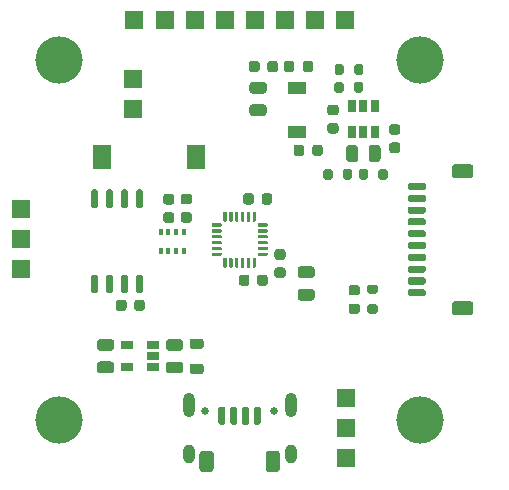
<source format=gbr>
%TF.GenerationSoftware,KiCad,Pcbnew,5.1.8-db9833491~87~ubuntu20.04.1*%
%TF.CreationDate,2020-11-23T13:43:30+01:00*%
%TF.ProjectId,rosalyn-fc,726f7361-6c79-46e2-9d66-632e6b696361,v0.1*%
%TF.SameCoordinates,Original*%
%TF.FileFunction,Soldermask,Top*%
%TF.FilePolarity,Negative*%
%FSLAX46Y46*%
G04 Gerber Fmt 4.6, Leading zero omitted, Abs format (unit mm)*
G04 Created by KiCad (PCBNEW 5.1.8-db9833491~87~ubuntu20.04.1) date 2020-11-23 13:43:30*
%MOMM*%
%LPD*%
G01*
G04 APERTURE LIST*
%ADD10C,4.000000*%
%ADD11R,1.600000X1.000000*%
%ADD12R,0.350000X0.500000*%
%ADD13R,1.060000X0.650000*%
%ADD14R,0.650000X1.060000*%
%ADD15O,1.000000X2.100000*%
%ADD16C,0.650000*%
%ADD17O,1.000000X1.600000*%
%ADD18R,1.500000X1.500000*%
%ADD19R,1.500000X2.000000*%
G04 APERTURE END LIST*
D10*
%TO.C,H2*%
X134750000Y-115250000D03*
%TD*%
%TO.C,C7*%
G36*
G01*
X139125000Y-109410000D02*
X138175000Y-109410000D01*
G75*
G02*
X137925000Y-109160000I0J250000D01*
G01*
X137925000Y-108660000D01*
G75*
G02*
X138175000Y-108410000I250000J0D01*
G01*
X139125000Y-108410000D01*
G75*
G02*
X139375000Y-108660000I0J-250000D01*
G01*
X139375000Y-109160000D01*
G75*
G02*
X139125000Y-109410000I-250000J0D01*
G01*
G37*
G36*
G01*
X139125000Y-111310000D02*
X138175000Y-111310000D01*
G75*
G02*
X137925000Y-111060000I0J250000D01*
G01*
X137925000Y-110560000D01*
G75*
G02*
X138175000Y-110310000I250000J0D01*
G01*
X139125000Y-110310000D01*
G75*
G02*
X139375000Y-110560000I0J-250000D01*
G01*
X139375000Y-111060000D01*
G75*
G02*
X139125000Y-111310000I-250000J0D01*
G01*
G37*
%TD*%
%TO.C,C6*%
G36*
G01*
X144965000Y-109420000D02*
X144015000Y-109420000D01*
G75*
G02*
X143765000Y-109170000I0J250000D01*
G01*
X143765000Y-108670000D01*
G75*
G02*
X144015000Y-108420000I250000J0D01*
G01*
X144965000Y-108420000D01*
G75*
G02*
X145215000Y-108670000I0J-250000D01*
G01*
X145215000Y-109170000D01*
G75*
G02*
X144965000Y-109420000I-250000J0D01*
G01*
G37*
G36*
G01*
X144965000Y-111320000D02*
X144015000Y-111320000D01*
G75*
G02*
X143765000Y-111070000I0J250000D01*
G01*
X143765000Y-110570000D01*
G75*
G02*
X144015000Y-110320000I250000J0D01*
G01*
X144965000Y-110320000D01*
G75*
G02*
X145215000Y-110570000I0J-250000D01*
G01*
X145215000Y-111070000D01*
G75*
G02*
X144965000Y-111320000I-250000J0D01*
G01*
G37*
%TD*%
%TO.C,C20*%
G36*
G01*
X144250000Y-97025000D02*
X143750000Y-97025000D01*
G75*
G02*
X143525000Y-96800000I0J225000D01*
G01*
X143525000Y-96350000D01*
G75*
G02*
X143750000Y-96125000I225000J0D01*
G01*
X144250000Y-96125000D01*
G75*
G02*
X144475000Y-96350000I0J-225000D01*
G01*
X144475000Y-96800000D01*
G75*
G02*
X144250000Y-97025000I-225000J0D01*
G01*
G37*
G36*
G01*
X144250000Y-98575000D02*
X143750000Y-98575000D01*
G75*
G02*
X143525000Y-98350000I0J225000D01*
G01*
X143525000Y-97900000D01*
G75*
G02*
X143750000Y-97675000I225000J0D01*
G01*
X144250000Y-97675000D01*
G75*
G02*
X144475000Y-97900000I0J-225000D01*
G01*
X144475000Y-98350000D01*
G75*
G02*
X144250000Y-98575000I-225000J0D01*
G01*
G37*
%TD*%
D11*
%TO.C,L1*%
X154844000Y-90866000D03*
X154844000Y-87166000D03*
%TD*%
%TO.C,R11*%
G36*
G01*
X160485000Y-85315000D02*
X160485000Y-85865000D01*
G75*
G02*
X160285000Y-86065000I-200000J0D01*
G01*
X159885000Y-86065000D01*
G75*
G02*
X159685000Y-85865000I0J200000D01*
G01*
X159685000Y-85315000D01*
G75*
G02*
X159885000Y-85115000I200000J0D01*
G01*
X160285000Y-85115000D01*
G75*
G02*
X160485000Y-85315000I0J-200000D01*
G01*
G37*
G36*
G01*
X158835000Y-85315000D02*
X158835000Y-85865000D01*
G75*
G02*
X158635000Y-86065000I-200000J0D01*
G01*
X158235000Y-86065000D01*
G75*
G02*
X158035000Y-85865000I0J200000D01*
G01*
X158035000Y-85315000D01*
G75*
G02*
X158235000Y-85115000I200000J0D01*
G01*
X158635000Y-85115000D01*
G75*
G02*
X158835000Y-85315000I0J-200000D01*
G01*
G37*
%TD*%
%TO.C,C15*%
G36*
G01*
X140425000Y-105310000D02*
X140425000Y-105810000D01*
G75*
G02*
X140200000Y-106035000I-225000J0D01*
G01*
X139750000Y-106035000D01*
G75*
G02*
X139525000Y-105810000I0J225000D01*
G01*
X139525000Y-105310000D01*
G75*
G02*
X139750000Y-105085000I225000J0D01*
G01*
X140200000Y-105085000D01*
G75*
G02*
X140425000Y-105310000I0J-225000D01*
G01*
G37*
G36*
G01*
X141975000Y-105310000D02*
X141975000Y-105810000D01*
G75*
G02*
X141750000Y-106035000I-225000J0D01*
G01*
X141300000Y-106035000D01*
G75*
G02*
X141075000Y-105810000I0J225000D01*
G01*
X141075000Y-105310000D01*
G75*
G02*
X141300000Y-105085000I225000J0D01*
G01*
X141750000Y-105085000D01*
G75*
G02*
X141975000Y-105310000I0J-225000D01*
G01*
G37*
%TD*%
%TO.C,C14*%
G36*
G01*
X145740000Y-97015000D02*
X145240000Y-97015000D01*
G75*
G02*
X145015000Y-96790000I0J225000D01*
G01*
X145015000Y-96340000D01*
G75*
G02*
X145240000Y-96115000I225000J0D01*
G01*
X145740000Y-96115000D01*
G75*
G02*
X145965000Y-96340000I0J-225000D01*
G01*
X145965000Y-96790000D01*
G75*
G02*
X145740000Y-97015000I-225000J0D01*
G01*
G37*
G36*
G01*
X145740000Y-98565000D02*
X145240000Y-98565000D01*
G75*
G02*
X145015000Y-98340000I0J225000D01*
G01*
X145015000Y-97890000D01*
G75*
G02*
X145240000Y-97665000I225000J0D01*
G01*
X145740000Y-97665000D01*
G75*
G02*
X145965000Y-97890000I0J-225000D01*
G01*
X145965000Y-98340000D01*
G75*
G02*
X145740000Y-98565000I-225000J0D01*
G01*
G37*
%TD*%
%TO.C,C13*%
G36*
G01*
X153170000Y-102355000D02*
X153670000Y-102355000D01*
G75*
G02*
X153895000Y-102580000I0J-225000D01*
G01*
X153895000Y-103030000D01*
G75*
G02*
X153670000Y-103255000I-225000J0D01*
G01*
X153170000Y-103255000D01*
G75*
G02*
X152945000Y-103030000I0J225000D01*
G01*
X152945000Y-102580000D01*
G75*
G02*
X153170000Y-102355000I225000J0D01*
G01*
G37*
G36*
G01*
X153170000Y-100805000D02*
X153670000Y-100805000D01*
G75*
G02*
X153895000Y-101030000I0J-225000D01*
G01*
X153895000Y-101480000D01*
G75*
G02*
X153670000Y-101705000I-225000J0D01*
G01*
X153170000Y-101705000D01*
G75*
G02*
X152945000Y-101480000I0J225000D01*
G01*
X152945000Y-101030000D01*
G75*
G02*
X153170000Y-100805000I225000J0D01*
G01*
G37*
%TD*%
D12*
%TO.C,U1*%
X145265000Y-100970000D03*
X143315000Y-99370000D03*
X143965000Y-99370000D03*
X144615000Y-99370000D03*
X143315000Y-100970000D03*
X143965000Y-100970000D03*
X144615000Y-100970000D03*
X145265000Y-99370000D03*
%TD*%
%TO.C,U5*%
G36*
G01*
X147625000Y-98825000D02*
X147625000Y-98675000D01*
G75*
G02*
X147700000Y-98600000I75000J0D01*
G01*
X148400000Y-98600000D01*
G75*
G02*
X148475000Y-98675000I0J-75000D01*
G01*
X148475000Y-98825000D01*
G75*
G02*
X148400000Y-98900000I-75000J0D01*
G01*
X147700000Y-98900000D01*
G75*
G02*
X147625000Y-98825000I0J75000D01*
G01*
G37*
G36*
G01*
X147625000Y-99325000D02*
X147625000Y-99175000D01*
G75*
G02*
X147700000Y-99100000I75000J0D01*
G01*
X148400000Y-99100000D01*
G75*
G02*
X148475000Y-99175000I0J-75000D01*
G01*
X148475000Y-99325000D01*
G75*
G02*
X148400000Y-99400000I-75000J0D01*
G01*
X147700000Y-99400000D01*
G75*
G02*
X147625000Y-99325000I0J75000D01*
G01*
G37*
G36*
G01*
X147625000Y-99825000D02*
X147625000Y-99675000D01*
G75*
G02*
X147700000Y-99600000I75000J0D01*
G01*
X148400000Y-99600000D01*
G75*
G02*
X148475000Y-99675000I0J-75000D01*
G01*
X148475000Y-99825000D01*
G75*
G02*
X148400000Y-99900000I-75000J0D01*
G01*
X147700000Y-99900000D01*
G75*
G02*
X147625000Y-99825000I0J75000D01*
G01*
G37*
G36*
G01*
X147625000Y-100325000D02*
X147625000Y-100175000D01*
G75*
G02*
X147700000Y-100100000I75000J0D01*
G01*
X148400000Y-100100000D01*
G75*
G02*
X148475000Y-100175000I0J-75000D01*
G01*
X148475000Y-100325000D01*
G75*
G02*
X148400000Y-100400000I-75000J0D01*
G01*
X147700000Y-100400000D01*
G75*
G02*
X147625000Y-100325000I0J75000D01*
G01*
G37*
G36*
G01*
X147625000Y-100825000D02*
X147625000Y-100675000D01*
G75*
G02*
X147700000Y-100600000I75000J0D01*
G01*
X148400000Y-100600000D01*
G75*
G02*
X148475000Y-100675000I0J-75000D01*
G01*
X148475000Y-100825000D01*
G75*
G02*
X148400000Y-100900000I-75000J0D01*
G01*
X147700000Y-100900000D01*
G75*
G02*
X147625000Y-100825000I0J75000D01*
G01*
G37*
G36*
G01*
X147625000Y-101325000D02*
X147625000Y-101175000D01*
G75*
G02*
X147700000Y-101100000I75000J0D01*
G01*
X148400000Y-101100000D01*
G75*
G02*
X148475000Y-101175000I0J-75000D01*
G01*
X148475000Y-101325000D01*
G75*
G02*
X148400000Y-101400000I-75000J0D01*
G01*
X147700000Y-101400000D01*
G75*
G02*
X147625000Y-101325000I0J75000D01*
G01*
G37*
G36*
G01*
X148825000Y-102375000D02*
X148675000Y-102375000D01*
G75*
G02*
X148600000Y-102300000I0J75000D01*
G01*
X148600000Y-101600000D01*
G75*
G02*
X148675000Y-101525000I75000J0D01*
G01*
X148825000Y-101525000D01*
G75*
G02*
X148900000Y-101600000I0J-75000D01*
G01*
X148900000Y-102300000D01*
G75*
G02*
X148825000Y-102375000I-75000J0D01*
G01*
G37*
G36*
G01*
X149325000Y-102375000D02*
X149175000Y-102375000D01*
G75*
G02*
X149100000Y-102300000I0J75000D01*
G01*
X149100000Y-101600000D01*
G75*
G02*
X149175000Y-101525000I75000J0D01*
G01*
X149325000Y-101525000D01*
G75*
G02*
X149400000Y-101600000I0J-75000D01*
G01*
X149400000Y-102300000D01*
G75*
G02*
X149325000Y-102375000I-75000J0D01*
G01*
G37*
G36*
G01*
X149825000Y-102375000D02*
X149675000Y-102375000D01*
G75*
G02*
X149600000Y-102300000I0J75000D01*
G01*
X149600000Y-101600000D01*
G75*
G02*
X149675000Y-101525000I75000J0D01*
G01*
X149825000Y-101525000D01*
G75*
G02*
X149900000Y-101600000I0J-75000D01*
G01*
X149900000Y-102300000D01*
G75*
G02*
X149825000Y-102375000I-75000J0D01*
G01*
G37*
G36*
G01*
X150325000Y-102375000D02*
X150175000Y-102375000D01*
G75*
G02*
X150100000Y-102300000I0J75000D01*
G01*
X150100000Y-101600000D01*
G75*
G02*
X150175000Y-101525000I75000J0D01*
G01*
X150325000Y-101525000D01*
G75*
G02*
X150400000Y-101600000I0J-75000D01*
G01*
X150400000Y-102300000D01*
G75*
G02*
X150325000Y-102375000I-75000J0D01*
G01*
G37*
G36*
G01*
X150825000Y-102375000D02*
X150675000Y-102375000D01*
G75*
G02*
X150600000Y-102300000I0J75000D01*
G01*
X150600000Y-101600000D01*
G75*
G02*
X150675000Y-101525000I75000J0D01*
G01*
X150825000Y-101525000D01*
G75*
G02*
X150900000Y-101600000I0J-75000D01*
G01*
X150900000Y-102300000D01*
G75*
G02*
X150825000Y-102375000I-75000J0D01*
G01*
G37*
G36*
G01*
X151325000Y-102375000D02*
X151175000Y-102375000D01*
G75*
G02*
X151100000Y-102300000I0J75000D01*
G01*
X151100000Y-101600000D01*
G75*
G02*
X151175000Y-101525000I75000J0D01*
G01*
X151325000Y-101525000D01*
G75*
G02*
X151400000Y-101600000I0J-75000D01*
G01*
X151400000Y-102300000D01*
G75*
G02*
X151325000Y-102375000I-75000J0D01*
G01*
G37*
G36*
G01*
X151525000Y-101325000D02*
X151525000Y-101175000D01*
G75*
G02*
X151600000Y-101100000I75000J0D01*
G01*
X152300000Y-101100000D01*
G75*
G02*
X152375000Y-101175000I0J-75000D01*
G01*
X152375000Y-101325000D01*
G75*
G02*
X152300000Y-101400000I-75000J0D01*
G01*
X151600000Y-101400000D01*
G75*
G02*
X151525000Y-101325000I0J75000D01*
G01*
G37*
G36*
G01*
X151525000Y-100825000D02*
X151525000Y-100675000D01*
G75*
G02*
X151600000Y-100600000I75000J0D01*
G01*
X152300000Y-100600000D01*
G75*
G02*
X152375000Y-100675000I0J-75000D01*
G01*
X152375000Y-100825000D01*
G75*
G02*
X152300000Y-100900000I-75000J0D01*
G01*
X151600000Y-100900000D01*
G75*
G02*
X151525000Y-100825000I0J75000D01*
G01*
G37*
G36*
G01*
X151525000Y-100325000D02*
X151525000Y-100175000D01*
G75*
G02*
X151600000Y-100100000I75000J0D01*
G01*
X152300000Y-100100000D01*
G75*
G02*
X152375000Y-100175000I0J-75000D01*
G01*
X152375000Y-100325000D01*
G75*
G02*
X152300000Y-100400000I-75000J0D01*
G01*
X151600000Y-100400000D01*
G75*
G02*
X151525000Y-100325000I0J75000D01*
G01*
G37*
G36*
G01*
X151525000Y-99825000D02*
X151525000Y-99675000D01*
G75*
G02*
X151600000Y-99600000I75000J0D01*
G01*
X152300000Y-99600000D01*
G75*
G02*
X152375000Y-99675000I0J-75000D01*
G01*
X152375000Y-99825000D01*
G75*
G02*
X152300000Y-99900000I-75000J0D01*
G01*
X151600000Y-99900000D01*
G75*
G02*
X151525000Y-99825000I0J75000D01*
G01*
G37*
G36*
G01*
X151525000Y-99325000D02*
X151525000Y-99175000D01*
G75*
G02*
X151600000Y-99100000I75000J0D01*
G01*
X152300000Y-99100000D01*
G75*
G02*
X152375000Y-99175000I0J-75000D01*
G01*
X152375000Y-99325000D01*
G75*
G02*
X152300000Y-99400000I-75000J0D01*
G01*
X151600000Y-99400000D01*
G75*
G02*
X151525000Y-99325000I0J75000D01*
G01*
G37*
G36*
G01*
X151525000Y-98825000D02*
X151525000Y-98675000D01*
G75*
G02*
X151600000Y-98600000I75000J0D01*
G01*
X152300000Y-98600000D01*
G75*
G02*
X152375000Y-98675000I0J-75000D01*
G01*
X152375000Y-98825000D01*
G75*
G02*
X152300000Y-98900000I-75000J0D01*
G01*
X151600000Y-98900000D01*
G75*
G02*
X151525000Y-98825000I0J75000D01*
G01*
G37*
G36*
G01*
X151325000Y-98475000D02*
X151175000Y-98475000D01*
G75*
G02*
X151100000Y-98400000I0J75000D01*
G01*
X151100000Y-97700000D01*
G75*
G02*
X151175000Y-97625000I75000J0D01*
G01*
X151325000Y-97625000D01*
G75*
G02*
X151400000Y-97700000I0J-75000D01*
G01*
X151400000Y-98400000D01*
G75*
G02*
X151325000Y-98475000I-75000J0D01*
G01*
G37*
G36*
G01*
X150825000Y-98475000D02*
X150675000Y-98475000D01*
G75*
G02*
X150600000Y-98400000I0J75000D01*
G01*
X150600000Y-97700000D01*
G75*
G02*
X150675000Y-97625000I75000J0D01*
G01*
X150825000Y-97625000D01*
G75*
G02*
X150900000Y-97700000I0J-75000D01*
G01*
X150900000Y-98400000D01*
G75*
G02*
X150825000Y-98475000I-75000J0D01*
G01*
G37*
G36*
G01*
X150325000Y-98475000D02*
X150175000Y-98475000D01*
G75*
G02*
X150100000Y-98400000I0J75000D01*
G01*
X150100000Y-97700000D01*
G75*
G02*
X150175000Y-97625000I75000J0D01*
G01*
X150325000Y-97625000D01*
G75*
G02*
X150400000Y-97700000I0J-75000D01*
G01*
X150400000Y-98400000D01*
G75*
G02*
X150325000Y-98475000I-75000J0D01*
G01*
G37*
G36*
G01*
X149825000Y-98475000D02*
X149675000Y-98475000D01*
G75*
G02*
X149600000Y-98400000I0J75000D01*
G01*
X149600000Y-97700000D01*
G75*
G02*
X149675000Y-97625000I75000J0D01*
G01*
X149825000Y-97625000D01*
G75*
G02*
X149900000Y-97700000I0J-75000D01*
G01*
X149900000Y-98400000D01*
G75*
G02*
X149825000Y-98475000I-75000J0D01*
G01*
G37*
G36*
G01*
X149325000Y-98475000D02*
X149175000Y-98475000D01*
G75*
G02*
X149100000Y-98400000I0J75000D01*
G01*
X149100000Y-97700000D01*
G75*
G02*
X149175000Y-97625000I75000J0D01*
G01*
X149325000Y-97625000D01*
G75*
G02*
X149400000Y-97700000I0J-75000D01*
G01*
X149400000Y-98400000D01*
G75*
G02*
X149325000Y-98475000I-75000J0D01*
G01*
G37*
G36*
G01*
X148825000Y-98475000D02*
X148675000Y-98475000D01*
G75*
G02*
X148600000Y-98400000I0J75000D01*
G01*
X148600000Y-97700000D01*
G75*
G02*
X148675000Y-97625000I75000J0D01*
G01*
X148825000Y-97625000D01*
G75*
G02*
X148900000Y-97700000I0J-75000D01*
G01*
X148900000Y-98400000D01*
G75*
G02*
X148825000Y-98475000I-75000J0D01*
G01*
G37*
%TD*%
%TO.C,C1*%
G36*
G01*
X156105000Y-105160000D02*
X155155000Y-105160000D01*
G75*
G02*
X154905000Y-104910000I0J250000D01*
G01*
X154905000Y-104410000D01*
G75*
G02*
X155155000Y-104160000I250000J0D01*
G01*
X156105000Y-104160000D01*
G75*
G02*
X156355000Y-104410000I0J-250000D01*
G01*
X156355000Y-104910000D01*
G75*
G02*
X156105000Y-105160000I-250000J0D01*
G01*
G37*
G36*
G01*
X156105000Y-103260000D02*
X155155000Y-103260000D01*
G75*
G02*
X154905000Y-103010000I0J250000D01*
G01*
X154905000Y-102510000D01*
G75*
G02*
X155155000Y-102260000I250000J0D01*
G01*
X156105000Y-102260000D01*
G75*
G02*
X156355000Y-102510000I0J-250000D01*
G01*
X156355000Y-103010000D01*
G75*
G02*
X156105000Y-103260000I-250000J0D01*
G01*
G37*
%TD*%
%TO.C,C2*%
G36*
G01*
X151485000Y-103680000D02*
X151485000Y-103180000D01*
G75*
G02*
X151710000Y-102955000I225000J0D01*
G01*
X152160000Y-102955000D01*
G75*
G02*
X152385000Y-103180000I0J-225000D01*
G01*
X152385000Y-103680000D01*
G75*
G02*
X152160000Y-103905000I-225000J0D01*
G01*
X151710000Y-103905000D01*
G75*
G02*
X151485000Y-103680000I0J225000D01*
G01*
G37*
G36*
G01*
X149935000Y-103680000D02*
X149935000Y-103180000D01*
G75*
G02*
X150160000Y-102955000I225000J0D01*
G01*
X150610000Y-102955000D01*
G75*
G02*
X150835000Y-103180000I0J-225000D01*
G01*
X150835000Y-103680000D01*
G75*
G02*
X150610000Y-103905000I-225000J0D01*
G01*
X150160000Y-103905000D01*
G75*
G02*
X149935000Y-103680000I0J225000D01*
G01*
G37*
%TD*%
%TO.C,C3*%
G36*
G01*
X150305000Y-96800000D02*
X150305000Y-96300000D01*
G75*
G02*
X150530000Y-96075000I225000J0D01*
G01*
X150980000Y-96075000D01*
G75*
G02*
X151205000Y-96300000I0J-225000D01*
G01*
X151205000Y-96800000D01*
G75*
G02*
X150980000Y-97025000I-225000J0D01*
G01*
X150530000Y-97025000D01*
G75*
G02*
X150305000Y-96800000I0J225000D01*
G01*
G37*
G36*
G01*
X151855000Y-96800000D02*
X151855000Y-96300000D01*
G75*
G02*
X152080000Y-96075000I225000J0D01*
G01*
X152530000Y-96075000D01*
G75*
G02*
X152755000Y-96300000I0J-225000D01*
G01*
X152755000Y-96800000D01*
G75*
G02*
X152530000Y-97025000I-225000J0D01*
G01*
X152080000Y-97025000D01*
G75*
G02*
X151855000Y-96800000I0J225000D01*
G01*
G37*
%TD*%
%TO.C,D3*%
G36*
G01*
X159449750Y-103841000D02*
X159962250Y-103841000D01*
G75*
G02*
X160181000Y-104059750I0J-218750D01*
G01*
X160181000Y-104497250D01*
G75*
G02*
X159962250Y-104716000I-218750J0D01*
G01*
X159449750Y-104716000D01*
G75*
G02*
X159231000Y-104497250I0J218750D01*
G01*
X159231000Y-104059750D01*
G75*
G02*
X159449750Y-103841000I218750J0D01*
G01*
G37*
G36*
G01*
X159449750Y-105416000D02*
X159962250Y-105416000D01*
G75*
G02*
X160181000Y-105634750I0J-218750D01*
G01*
X160181000Y-106072250D01*
G75*
G02*
X159962250Y-106291000I-218750J0D01*
G01*
X159449750Y-106291000D01*
G75*
G02*
X159231000Y-106072250I0J218750D01*
G01*
X159231000Y-105634750D01*
G75*
G02*
X159449750Y-105416000I218750J0D01*
G01*
G37*
%TD*%
%TO.C,R6*%
G36*
G01*
X160885000Y-94185000D02*
X160885000Y-94735000D01*
G75*
G02*
X160685000Y-94935000I-200000J0D01*
G01*
X160285000Y-94935000D01*
G75*
G02*
X160085000Y-94735000I0J200000D01*
G01*
X160085000Y-94185000D01*
G75*
G02*
X160285000Y-93985000I200000J0D01*
G01*
X160685000Y-93985000D01*
G75*
G02*
X160885000Y-94185000I0J-200000D01*
G01*
G37*
G36*
G01*
X162535000Y-94185000D02*
X162535000Y-94735000D01*
G75*
G02*
X162335000Y-94935000I-200000J0D01*
G01*
X161935000Y-94935000D01*
G75*
G02*
X161735000Y-94735000I0J200000D01*
G01*
X161735000Y-94185000D01*
G75*
G02*
X161935000Y-93985000I200000J0D01*
G01*
X162335000Y-93985000D01*
G75*
G02*
X162535000Y-94185000I0J-200000D01*
G01*
G37*
%TD*%
%TO.C,R7*%
G36*
G01*
X159525000Y-94185000D02*
X159525000Y-94735000D01*
G75*
G02*
X159325000Y-94935000I-200000J0D01*
G01*
X158925000Y-94935000D01*
G75*
G02*
X158725000Y-94735000I0J200000D01*
G01*
X158725000Y-94185000D01*
G75*
G02*
X158925000Y-93985000I200000J0D01*
G01*
X159325000Y-93985000D01*
G75*
G02*
X159525000Y-94185000I0J-200000D01*
G01*
G37*
G36*
G01*
X157875000Y-94185000D02*
X157875000Y-94735000D01*
G75*
G02*
X157675000Y-94935000I-200000J0D01*
G01*
X157275000Y-94935000D01*
G75*
G02*
X157075000Y-94735000I0J200000D01*
G01*
X157075000Y-94185000D01*
G75*
G02*
X157275000Y-93985000I200000J0D01*
G01*
X157675000Y-93985000D01*
G75*
G02*
X157875000Y-94185000I0J-200000D01*
G01*
G37*
%TD*%
%TO.C,R9*%
G36*
G01*
X160981000Y-103811000D02*
X161531000Y-103811000D01*
G75*
G02*
X161731000Y-104011000I0J-200000D01*
G01*
X161731000Y-104411000D01*
G75*
G02*
X161531000Y-104611000I-200000J0D01*
G01*
X160981000Y-104611000D01*
G75*
G02*
X160781000Y-104411000I0J200000D01*
G01*
X160781000Y-104011000D01*
G75*
G02*
X160981000Y-103811000I200000J0D01*
G01*
G37*
G36*
G01*
X160981000Y-105461000D02*
X161531000Y-105461000D01*
G75*
G02*
X161731000Y-105661000I0J-200000D01*
G01*
X161731000Y-106061000D01*
G75*
G02*
X161531000Y-106261000I-200000J0D01*
G01*
X160981000Y-106261000D01*
G75*
G02*
X160781000Y-106061000I0J200000D01*
G01*
X160781000Y-105661000D01*
G75*
G02*
X160981000Y-105461000I200000J0D01*
G01*
G37*
%TD*%
D13*
%TO.C,U6*%
X142676000Y-110818000D03*
X142676000Y-109868000D03*
X142676000Y-108918000D03*
X140476000Y-108918000D03*
X140476000Y-110818000D03*
%TD*%
%TO.C,C17*%
G36*
G01*
X160930000Y-93185000D02*
X160930000Y-92235000D01*
G75*
G02*
X161180000Y-91985000I250000J0D01*
G01*
X161680000Y-91985000D01*
G75*
G02*
X161930000Y-92235000I0J-250000D01*
G01*
X161930000Y-93185000D01*
G75*
G02*
X161680000Y-93435000I-250000J0D01*
G01*
X161180000Y-93435000D01*
G75*
G02*
X160930000Y-93185000I0J250000D01*
G01*
G37*
G36*
G01*
X159030000Y-93185000D02*
X159030000Y-92235000D01*
G75*
G02*
X159280000Y-91985000I250000J0D01*
G01*
X159780000Y-91985000D01*
G75*
G02*
X160030000Y-92235000I0J-250000D01*
G01*
X160030000Y-93185000D01*
G75*
G02*
X159780000Y-93435000I-250000J0D01*
G01*
X159280000Y-93435000D01*
G75*
G02*
X159030000Y-93185000I0J250000D01*
G01*
G37*
%TD*%
%TO.C,C18*%
G36*
G01*
X157654000Y-88575000D02*
X158154000Y-88575000D01*
G75*
G02*
X158379000Y-88800000I0J-225000D01*
G01*
X158379000Y-89250000D01*
G75*
G02*
X158154000Y-89475000I-225000J0D01*
G01*
X157654000Y-89475000D01*
G75*
G02*
X157429000Y-89250000I0J225000D01*
G01*
X157429000Y-88800000D01*
G75*
G02*
X157654000Y-88575000I225000J0D01*
G01*
G37*
G36*
G01*
X157654000Y-90125000D02*
X158154000Y-90125000D01*
G75*
G02*
X158379000Y-90350000I0J-225000D01*
G01*
X158379000Y-90800000D01*
G75*
G02*
X158154000Y-91025000I-225000J0D01*
G01*
X157654000Y-91025000D01*
G75*
G02*
X157429000Y-90800000I0J225000D01*
G01*
X157429000Y-90350000D01*
G75*
G02*
X157654000Y-90125000I225000J0D01*
G01*
G37*
%TD*%
%TO.C,C19*%
G36*
G01*
X151085000Y-86630000D02*
X152035000Y-86630000D01*
G75*
G02*
X152285000Y-86880000I0J-250000D01*
G01*
X152285000Y-87380000D01*
G75*
G02*
X152035000Y-87630000I-250000J0D01*
G01*
X151085000Y-87630000D01*
G75*
G02*
X150835000Y-87380000I0J250000D01*
G01*
X150835000Y-86880000D01*
G75*
G02*
X151085000Y-86630000I250000J0D01*
G01*
G37*
G36*
G01*
X151085000Y-88530000D02*
X152035000Y-88530000D01*
G75*
G02*
X152285000Y-88780000I0J-250000D01*
G01*
X152285000Y-89280000D01*
G75*
G02*
X152035000Y-89530000I-250000J0D01*
G01*
X151085000Y-89530000D01*
G75*
G02*
X150835000Y-89280000I0J250000D01*
G01*
X150835000Y-88780000D01*
G75*
G02*
X151085000Y-88530000I250000J0D01*
G01*
G37*
%TD*%
%TO.C,D4*%
G36*
G01*
X154575000Y-92696250D02*
X154575000Y-92183750D01*
G75*
G02*
X154793750Y-91965000I218750J0D01*
G01*
X155231250Y-91965000D01*
G75*
G02*
X155450000Y-92183750I0J-218750D01*
G01*
X155450000Y-92696250D01*
G75*
G02*
X155231250Y-92915000I-218750J0D01*
G01*
X154793750Y-92915000D01*
G75*
G02*
X154575000Y-92696250I0J218750D01*
G01*
G37*
G36*
G01*
X156150000Y-92696250D02*
X156150000Y-92183750D01*
G75*
G02*
X156368750Y-91965000I218750J0D01*
G01*
X156806250Y-91965000D01*
G75*
G02*
X157025000Y-92183750I0J-218750D01*
G01*
X157025000Y-92696250D01*
G75*
G02*
X156806250Y-92915000I-218750J0D01*
G01*
X156368750Y-92915000D01*
G75*
G02*
X156150000Y-92696250I0J218750D01*
G01*
G37*
%TD*%
%TO.C,D2*%
G36*
G01*
X154640000Y-85083750D02*
X154640000Y-85596250D01*
G75*
G02*
X154421250Y-85815000I-218750J0D01*
G01*
X153983750Y-85815000D01*
G75*
G02*
X153765000Y-85596250I0J218750D01*
G01*
X153765000Y-85083750D01*
G75*
G02*
X153983750Y-84865000I218750J0D01*
G01*
X154421250Y-84865000D01*
G75*
G02*
X154640000Y-85083750I0J-218750D01*
G01*
G37*
G36*
G01*
X156215000Y-85083750D02*
X156215000Y-85596250D01*
G75*
G02*
X155996250Y-85815000I-218750J0D01*
G01*
X155558750Y-85815000D01*
G75*
G02*
X155340000Y-85596250I0J218750D01*
G01*
X155340000Y-85083750D01*
G75*
G02*
X155558750Y-84865000I218750J0D01*
G01*
X155996250Y-84865000D01*
G75*
G02*
X156215000Y-85083750I0J-218750D01*
G01*
G37*
%TD*%
%TO.C,R10*%
G36*
G01*
X159679000Y-87375000D02*
X159679000Y-86825000D01*
G75*
G02*
X159879000Y-86625000I200000J0D01*
G01*
X160279000Y-86625000D01*
G75*
G02*
X160479000Y-86825000I0J-200000D01*
G01*
X160479000Y-87375000D01*
G75*
G02*
X160279000Y-87575000I-200000J0D01*
G01*
X159879000Y-87575000D01*
G75*
G02*
X159679000Y-87375000I0J200000D01*
G01*
G37*
G36*
G01*
X158029000Y-87375000D02*
X158029000Y-86825000D01*
G75*
G02*
X158229000Y-86625000I200000J0D01*
G01*
X158629000Y-86625000D01*
G75*
G02*
X158829000Y-86825000I0J-200000D01*
G01*
X158829000Y-87375000D01*
G75*
G02*
X158629000Y-87575000I-200000J0D01*
G01*
X158229000Y-87575000D01*
G75*
G02*
X158029000Y-87375000I0J200000D01*
G01*
G37*
%TD*%
D14*
%TO.C,U7*%
X159534000Y-90890000D03*
X160484000Y-90890000D03*
X161434000Y-90890000D03*
X161434000Y-88690000D03*
X159534000Y-88690000D03*
X160484000Y-88690000D03*
%TD*%
%TO.C,FB1*%
G36*
G01*
X145978750Y-108380000D02*
X146741250Y-108380000D01*
G75*
G02*
X146960000Y-108598750I0J-218750D01*
G01*
X146960000Y-109036250D01*
G75*
G02*
X146741250Y-109255000I-218750J0D01*
G01*
X145978750Y-109255000D01*
G75*
G02*
X145760000Y-109036250I0J218750D01*
G01*
X145760000Y-108598750D01*
G75*
G02*
X145978750Y-108380000I218750J0D01*
G01*
G37*
G36*
G01*
X145978750Y-110505000D02*
X146741250Y-110505000D01*
G75*
G02*
X146960000Y-110723750I0J-218750D01*
G01*
X146960000Y-111161250D01*
G75*
G02*
X146741250Y-111380000I-218750J0D01*
G01*
X145978750Y-111380000D01*
G75*
G02*
X145760000Y-111161250I0J218750D01*
G01*
X145760000Y-110723750D01*
G75*
G02*
X145978750Y-110505000I218750J0D01*
G01*
G37*
%TD*%
%TO.C,C4*%
G36*
G01*
X163380000Y-92670000D02*
X162880000Y-92670000D01*
G75*
G02*
X162655000Y-92445000I0J225000D01*
G01*
X162655000Y-91995000D01*
G75*
G02*
X162880000Y-91770000I225000J0D01*
G01*
X163380000Y-91770000D01*
G75*
G02*
X163605000Y-91995000I0J-225000D01*
G01*
X163605000Y-92445000D01*
G75*
G02*
X163380000Y-92670000I-225000J0D01*
G01*
G37*
G36*
G01*
X163380000Y-91120000D02*
X162880000Y-91120000D01*
G75*
G02*
X162655000Y-90895000I0J225000D01*
G01*
X162655000Y-90445000D01*
G75*
G02*
X162880000Y-90220000I225000J0D01*
G01*
X163380000Y-90220000D01*
G75*
G02*
X163605000Y-90445000I0J-225000D01*
G01*
X163605000Y-90895000D01*
G75*
G02*
X163380000Y-91120000I-225000J0D01*
G01*
G37*
%TD*%
%TO.C,C5*%
G36*
G01*
X152345000Y-85590000D02*
X152345000Y-85090000D01*
G75*
G02*
X152570000Y-84865000I225000J0D01*
G01*
X153020000Y-84865000D01*
G75*
G02*
X153245000Y-85090000I0J-225000D01*
G01*
X153245000Y-85590000D01*
G75*
G02*
X153020000Y-85815000I-225000J0D01*
G01*
X152570000Y-85815000D01*
G75*
G02*
X152345000Y-85590000I0J225000D01*
G01*
G37*
G36*
G01*
X150795000Y-85590000D02*
X150795000Y-85090000D01*
G75*
G02*
X151020000Y-84865000I225000J0D01*
G01*
X151470000Y-84865000D01*
G75*
G02*
X151695000Y-85090000I0J-225000D01*
G01*
X151695000Y-85590000D01*
G75*
G02*
X151470000Y-85815000I-225000J0D01*
G01*
X151020000Y-85815000D01*
G75*
G02*
X150795000Y-85590000I0J225000D01*
G01*
G37*
%TD*%
%TO.C,J3*%
G36*
G01*
X152200000Y-119425001D02*
X152200000Y-118124999D01*
G75*
G02*
X152449999Y-117875000I249999J0D01*
G01*
X153150001Y-117875000D01*
G75*
G02*
X153400000Y-118124999I0J-249999D01*
G01*
X153400000Y-119425001D01*
G75*
G02*
X153150001Y-119675000I-249999J0D01*
G01*
X152449999Y-119675000D01*
G75*
G02*
X152200000Y-119425001I0J249999D01*
G01*
G37*
G36*
G01*
X146600000Y-119425001D02*
X146600000Y-118124999D01*
G75*
G02*
X146849999Y-117875000I249999J0D01*
G01*
X147550001Y-117875000D01*
G75*
G02*
X147800000Y-118124999I0J-249999D01*
G01*
X147800000Y-119425001D01*
G75*
G02*
X147550001Y-119675000I-249999J0D01*
G01*
X146849999Y-119675000D01*
G75*
G02*
X146600000Y-119425001I0J249999D01*
G01*
G37*
G36*
G01*
X151200000Y-115525000D02*
X151200000Y-114275000D01*
G75*
G02*
X151350000Y-114125000I150000J0D01*
G01*
X151650000Y-114125000D01*
G75*
G02*
X151800000Y-114275000I0J-150000D01*
G01*
X151800000Y-115525000D01*
G75*
G02*
X151650000Y-115675000I-150000J0D01*
G01*
X151350000Y-115675000D01*
G75*
G02*
X151200000Y-115525000I0J150000D01*
G01*
G37*
G36*
G01*
X150200000Y-115525000D02*
X150200000Y-114275000D01*
G75*
G02*
X150350000Y-114125000I150000J0D01*
G01*
X150650000Y-114125000D01*
G75*
G02*
X150800000Y-114275000I0J-150000D01*
G01*
X150800000Y-115525000D01*
G75*
G02*
X150650000Y-115675000I-150000J0D01*
G01*
X150350000Y-115675000D01*
G75*
G02*
X150200000Y-115525000I0J150000D01*
G01*
G37*
G36*
G01*
X149200000Y-115525000D02*
X149200000Y-114275000D01*
G75*
G02*
X149350000Y-114125000I150000J0D01*
G01*
X149650000Y-114125000D01*
G75*
G02*
X149800000Y-114275000I0J-150000D01*
G01*
X149800000Y-115525000D01*
G75*
G02*
X149650000Y-115675000I-150000J0D01*
G01*
X149350000Y-115675000D01*
G75*
G02*
X149200000Y-115525000I0J150000D01*
G01*
G37*
G36*
G01*
X148200000Y-115525000D02*
X148200000Y-114275000D01*
G75*
G02*
X148350000Y-114125000I150000J0D01*
G01*
X148650000Y-114125000D01*
G75*
G02*
X148800000Y-114275000I0J-150000D01*
G01*
X148800000Y-115525000D01*
G75*
G02*
X148650000Y-115675000I-150000J0D01*
G01*
X148350000Y-115675000D01*
G75*
G02*
X148200000Y-115525000I0J150000D01*
G01*
G37*
%TD*%
D10*
%TO.C,H1*%
X134750000Y-84750000D03*
%TD*%
%TO.C,H3*%
X165250000Y-115250000D03*
%TD*%
%TO.C,H4*%
X165250000Y-84750000D03*
%TD*%
%TO.C,J7*%
G36*
G01*
X169525001Y-94800000D02*
X168224999Y-94800000D01*
G75*
G02*
X167975000Y-94550001I0J249999D01*
G01*
X167975000Y-93849999D01*
G75*
G02*
X168224999Y-93600000I249999J0D01*
G01*
X169525001Y-93600000D01*
G75*
G02*
X169775000Y-93849999I0J-249999D01*
G01*
X169775000Y-94550001D01*
G75*
G02*
X169525001Y-94800000I-249999J0D01*
G01*
G37*
G36*
G01*
X169525001Y-106400000D02*
X168224999Y-106400000D01*
G75*
G02*
X167975000Y-106150001I0J249999D01*
G01*
X167975000Y-105449999D01*
G75*
G02*
X168224999Y-105200000I249999J0D01*
G01*
X169525001Y-105200000D01*
G75*
G02*
X169775000Y-105449999I0J-249999D01*
G01*
X169775000Y-106150001D01*
G75*
G02*
X169525001Y-106400000I-249999J0D01*
G01*
G37*
G36*
G01*
X165625000Y-95800000D02*
X164375000Y-95800000D01*
G75*
G02*
X164225000Y-95650000I0J150000D01*
G01*
X164225000Y-95350000D01*
G75*
G02*
X164375000Y-95200000I150000J0D01*
G01*
X165625000Y-95200000D01*
G75*
G02*
X165775000Y-95350000I0J-150000D01*
G01*
X165775000Y-95650000D01*
G75*
G02*
X165625000Y-95800000I-150000J0D01*
G01*
G37*
G36*
G01*
X165625000Y-96800000D02*
X164375000Y-96800000D01*
G75*
G02*
X164225000Y-96650000I0J150000D01*
G01*
X164225000Y-96350000D01*
G75*
G02*
X164375000Y-96200000I150000J0D01*
G01*
X165625000Y-96200000D01*
G75*
G02*
X165775000Y-96350000I0J-150000D01*
G01*
X165775000Y-96650000D01*
G75*
G02*
X165625000Y-96800000I-150000J0D01*
G01*
G37*
G36*
G01*
X165625000Y-97800000D02*
X164375000Y-97800000D01*
G75*
G02*
X164225000Y-97650000I0J150000D01*
G01*
X164225000Y-97350000D01*
G75*
G02*
X164375000Y-97200000I150000J0D01*
G01*
X165625000Y-97200000D01*
G75*
G02*
X165775000Y-97350000I0J-150000D01*
G01*
X165775000Y-97650000D01*
G75*
G02*
X165625000Y-97800000I-150000J0D01*
G01*
G37*
G36*
G01*
X165625000Y-98800000D02*
X164375000Y-98800000D01*
G75*
G02*
X164225000Y-98650000I0J150000D01*
G01*
X164225000Y-98350000D01*
G75*
G02*
X164375000Y-98200000I150000J0D01*
G01*
X165625000Y-98200000D01*
G75*
G02*
X165775000Y-98350000I0J-150000D01*
G01*
X165775000Y-98650000D01*
G75*
G02*
X165625000Y-98800000I-150000J0D01*
G01*
G37*
G36*
G01*
X165625000Y-99800000D02*
X164375000Y-99800000D01*
G75*
G02*
X164225000Y-99650000I0J150000D01*
G01*
X164225000Y-99350000D01*
G75*
G02*
X164375000Y-99200000I150000J0D01*
G01*
X165625000Y-99200000D01*
G75*
G02*
X165775000Y-99350000I0J-150000D01*
G01*
X165775000Y-99650000D01*
G75*
G02*
X165625000Y-99800000I-150000J0D01*
G01*
G37*
G36*
G01*
X165625000Y-100800000D02*
X164375000Y-100800000D01*
G75*
G02*
X164225000Y-100650000I0J150000D01*
G01*
X164225000Y-100350000D01*
G75*
G02*
X164375000Y-100200000I150000J0D01*
G01*
X165625000Y-100200000D01*
G75*
G02*
X165775000Y-100350000I0J-150000D01*
G01*
X165775000Y-100650000D01*
G75*
G02*
X165625000Y-100800000I-150000J0D01*
G01*
G37*
G36*
G01*
X165625000Y-101800000D02*
X164375000Y-101800000D01*
G75*
G02*
X164225000Y-101650000I0J150000D01*
G01*
X164225000Y-101350000D01*
G75*
G02*
X164375000Y-101200000I150000J0D01*
G01*
X165625000Y-101200000D01*
G75*
G02*
X165775000Y-101350000I0J-150000D01*
G01*
X165775000Y-101650000D01*
G75*
G02*
X165625000Y-101800000I-150000J0D01*
G01*
G37*
G36*
G01*
X165625000Y-102800000D02*
X164375000Y-102800000D01*
G75*
G02*
X164225000Y-102650000I0J150000D01*
G01*
X164225000Y-102350000D01*
G75*
G02*
X164375000Y-102200000I150000J0D01*
G01*
X165625000Y-102200000D01*
G75*
G02*
X165775000Y-102350000I0J-150000D01*
G01*
X165775000Y-102650000D01*
G75*
G02*
X165625000Y-102800000I-150000J0D01*
G01*
G37*
G36*
G01*
X165625000Y-103800000D02*
X164375000Y-103800000D01*
G75*
G02*
X164225000Y-103650000I0J150000D01*
G01*
X164225000Y-103350000D01*
G75*
G02*
X164375000Y-103200000I150000J0D01*
G01*
X165625000Y-103200000D01*
G75*
G02*
X165775000Y-103350000I0J-150000D01*
G01*
X165775000Y-103650000D01*
G75*
G02*
X165625000Y-103800000I-150000J0D01*
G01*
G37*
G36*
G01*
X165625000Y-104800000D02*
X164375000Y-104800000D01*
G75*
G02*
X164225000Y-104650000I0J150000D01*
G01*
X164225000Y-104350000D01*
G75*
G02*
X164375000Y-104200000I150000J0D01*
G01*
X165625000Y-104200000D01*
G75*
G02*
X165775000Y-104350000I0J-150000D01*
G01*
X165775000Y-104650000D01*
G75*
G02*
X165625000Y-104800000I-150000J0D01*
G01*
G37*
%TD*%
D15*
%TO.C,J1*%
X145680000Y-113970000D03*
X154320000Y-113970000D03*
D16*
X152890000Y-114500000D03*
D17*
X154320000Y-118150000D03*
D16*
X147110000Y-114500000D03*
D17*
X145680000Y-118150000D03*
%TD*%
%TO.C,U4*%
G36*
G01*
X141375000Y-95750000D02*
X141675000Y-95750000D01*
G75*
G02*
X141825000Y-95900000I0J-150000D01*
G01*
X141825000Y-97200000D01*
G75*
G02*
X141675000Y-97350000I-150000J0D01*
G01*
X141375000Y-97350000D01*
G75*
G02*
X141225000Y-97200000I0J150000D01*
G01*
X141225000Y-95900000D01*
G75*
G02*
X141375000Y-95750000I150000J0D01*
G01*
G37*
G36*
G01*
X140105000Y-95750000D02*
X140405000Y-95750000D01*
G75*
G02*
X140555000Y-95900000I0J-150000D01*
G01*
X140555000Y-97200000D01*
G75*
G02*
X140405000Y-97350000I-150000J0D01*
G01*
X140105000Y-97350000D01*
G75*
G02*
X139955000Y-97200000I0J150000D01*
G01*
X139955000Y-95900000D01*
G75*
G02*
X140105000Y-95750000I150000J0D01*
G01*
G37*
G36*
G01*
X138835000Y-95750000D02*
X139135000Y-95750000D01*
G75*
G02*
X139285000Y-95900000I0J-150000D01*
G01*
X139285000Y-97200000D01*
G75*
G02*
X139135000Y-97350000I-150000J0D01*
G01*
X138835000Y-97350000D01*
G75*
G02*
X138685000Y-97200000I0J150000D01*
G01*
X138685000Y-95900000D01*
G75*
G02*
X138835000Y-95750000I150000J0D01*
G01*
G37*
G36*
G01*
X137565000Y-95750000D02*
X137865000Y-95750000D01*
G75*
G02*
X138015000Y-95900000I0J-150000D01*
G01*
X138015000Y-97200000D01*
G75*
G02*
X137865000Y-97350000I-150000J0D01*
G01*
X137565000Y-97350000D01*
G75*
G02*
X137415000Y-97200000I0J150000D01*
G01*
X137415000Y-95900000D01*
G75*
G02*
X137565000Y-95750000I150000J0D01*
G01*
G37*
G36*
G01*
X137565000Y-102950000D02*
X137865000Y-102950000D01*
G75*
G02*
X138015000Y-103100000I0J-150000D01*
G01*
X138015000Y-104400000D01*
G75*
G02*
X137865000Y-104550000I-150000J0D01*
G01*
X137565000Y-104550000D01*
G75*
G02*
X137415000Y-104400000I0J150000D01*
G01*
X137415000Y-103100000D01*
G75*
G02*
X137565000Y-102950000I150000J0D01*
G01*
G37*
G36*
G01*
X138835000Y-102950000D02*
X139135000Y-102950000D01*
G75*
G02*
X139285000Y-103100000I0J-150000D01*
G01*
X139285000Y-104400000D01*
G75*
G02*
X139135000Y-104550000I-150000J0D01*
G01*
X138835000Y-104550000D01*
G75*
G02*
X138685000Y-104400000I0J150000D01*
G01*
X138685000Y-103100000D01*
G75*
G02*
X138835000Y-102950000I150000J0D01*
G01*
G37*
G36*
G01*
X140105000Y-102950000D02*
X140405000Y-102950000D01*
G75*
G02*
X140555000Y-103100000I0J-150000D01*
G01*
X140555000Y-104400000D01*
G75*
G02*
X140405000Y-104550000I-150000J0D01*
G01*
X140105000Y-104550000D01*
G75*
G02*
X139955000Y-104400000I0J150000D01*
G01*
X139955000Y-103100000D01*
G75*
G02*
X140105000Y-102950000I150000J0D01*
G01*
G37*
G36*
G01*
X141375000Y-102950000D02*
X141675000Y-102950000D01*
G75*
G02*
X141825000Y-103100000I0J-150000D01*
G01*
X141825000Y-104400000D01*
G75*
G02*
X141675000Y-104550000I-150000J0D01*
G01*
X141375000Y-104550000D01*
G75*
G02*
X141225000Y-104400000I0J150000D01*
G01*
X141225000Y-103100000D01*
G75*
G02*
X141375000Y-102950000I150000J0D01*
G01*
G37*
%TD*%
D18*
%TO.C,TP1*%
X141000000Y-86360000D03*
%TD*%
%TO.C,TP2*%
X141000000Y-88910000D03*
%TD*%
%TO.C,TP3*%
X141100000Y-81400000D03*
%TD*%
%TO.C,TP4*%
X143650000Y-81400000D03*
%TD*%
%TO.C,TP5*%
X146200000Y-81400000D03*
%TD*%
%TO.C,TP6*%
X148750000Y-81400000D03*
%TD*%
%TO.C,TP7*%
X151300000Y-81400000D03*
%TD*%
%TO.C,TP8*%
X153850000Y-81400000D03*
%TD*%
%TO.C,TP9*%
X156400000Y-81400000D03*
%TD*%
%TO.C,TP10*%
X158950000Y-81400000D03*
%TD*%
%TO.C,TP11*%
X131490000Y-97410000D03*
%TD*%
%TO.C,TP12*%
X131490000Y-99950000D03*
%TD*%
%TO.C,TP13*%
X131490000Y-102480000D03*
%TD*%
%TO.C,TP14*%
X158970000Y-118480000D03*
%TD*%
%TO.C,TP15*%
X158970000Y-115930000D03*
%TD*%
%TO.C,TP16*%
X158970000Y-113390000D03*
%TD*%
D19*
%TO.C,SW1*%
X146320000Y-92990000D03*
X138320000Y-92990000D03*
%TD*%
M02*

</source>
